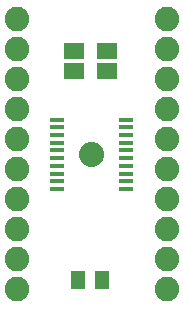
<source format=gbr>
G04 EAGLE Gerber RS-274X export*
G75*
%MOMM*%
%FSLAX34Y34*%
%LPD*%
%INSoldermask Top*%
%IPPOS*%
%AMOC8*
5,1,8,0,0,1.08239X$1,22.5*%
G01*
%ADD10R,1.143000X0.457200*%
%ADD11R,1.652400X1.452400*%
%ADD12C,2.082800*%
%ADD13R,1.252400X1.552400*%

G36*
X84342Y141920D02*
X84342Y141920D01*
X84385Y141932D01*
X84451Y141939D01*
X86134Y142390D01*
X86175Y142409D01*
X86238Y142428D01*
X87818Y143165D01*
X87855Y143191D01*
X87914Y143220D01*
X89342Y144220D01*
X89373Y144252D01*
X89426Y144291D01*
X90659Y145524D01*
X90684Y145560D01*
X90730Y145608D01*
X91730Y147036D01*
X91748Y147077D01*
X91785Y147132D01*
X92522Y148712D01*
X92533Y148755D01*
X92560Y148816D01*
X93011Y150499D01*
X93013Y150531D01*
X93020Y150552D01*
X93020Y150567D01*
X93030Y150608D01*
X93182Y152345D01*
X93178Y152389D01*
X93182Y152455D01*
X93030Y154192D01*
X93018Y154235D01*
X93011Y154301D01*
X92560Y155984D01*
X92541Y156025D01*
X92522Y156088D01*
X91785Y157668D01*
X91759Y157705D01*
X91730Y157764D01*
X90730Y159192D01*
X90698Y159223D01*
X90659Y159276D01*
X89426Y160509D01*
X89390Y160534D01*
X89342Y160580D01*
X87914Y161580D01*
X87873Y161598D01*
X87818Y161635D01*
X86238Y162372D01*
X86195Y162383D01*
X86134Y162410D01*
X84451Y162861D01*
X84406Y162864D01*
X84342Y162880D01*
X82605Y163032D01*
X82561Y163028D01*
X82495Y163032D01*
X80758Y162880D01*
X80715Y162868D01*
X80649Y162861D01*
X78966Y162410D01*
X78925Y162391D01*
X78862Y162372D01*
X77282Y161635D01*
X77245Y161609D01*
X77186Y161580D01*
X75758Y160580D01*
X75727Y160548D01*
X75674Y160509D01*
X74441Y159276D01*
X74416Y159240D01*
X74370Y159192D01*
X73370Y157764D01*
X73352Y157723D01*
X73315Y157668D01*
X72578Y156088D01*
X72567Y156045D01*
X72540Y155984D01*
X72089Y154301D01*
X72086Y154256D01*
X72070Y154192D01*
X71918Y152455D01*
X71922Y152411D01*
X71918Y152345D01*
X72070Y150608D01*
X72082Y150565D01*
X72086Y150531D01*
X72086Y150515D01*
X72088Y150510D01*
X72089Y150499D01*
X72540Y148816D01*
X72559Y148775D01*
X72578Y148712D01*
X73315Y147132D01*
X73341Y147095D01*
X73370Y147036D01*
X74370Y145608D01*
X74402Y145577D01*
X74441Y145524D01*
X75674Y144291D01*
X75710Y144266D01*
X75758Y144220D01*
X77186Y143220D01*
X77227Y143202D01*
X77282Y143165D01*
X78862Y142428D01*
X78905Y142417D01*
X78966Y142390D01*
X80649Y141939D01*
X80694Y141936D01*
X80758Y141920D01*
X82495Y141768D01*
X82539Y141772D01*
X82605Y141768D01*
X84342Y141920D01*
G37*
D10*
X53372Y181650D03*
X53372Y175150D03*
X53372Y168650D03*
X53372Y162150D03*
X53372Y155650D03*
X53372Y149150D03*
X53372Y142650D03*
X53372Y136150D03*
X111728Y136150D03*
X111728Y142650D03*
X111728Y149150D03*
X111728Y155650D03*
X111728Y162150D03*
X111728Y168650D03*
X111728Y175150D03*
X111728Y181650D03*
X53372Y129650D03*
X53372Y123150D03*
X111728Y129650D03*
X111728Y123150D03*
D11*
X67310Y239640D03*
X67310Y222640D03*
X95250Y239640D03*
X95250Y222640D03*
D12*
X146050Y266700D03*
X146050Y241300D03*
X146050Y215900D03*
X146050Y190500D03*
X146050Y165100D03*
X146050Y139700D03*
X146050Y114300D03*
X146050Y88900D03*
X146050Y63500D03*
X146050Y38100D03*
X19050Y38100D03*
X19050Y63500D03*
X19050Y88900D03*
X19050Y114300D03*
X19050Y139700D03*
X19050Y165100D03*
X19050Y190500D03*
X19050Y215900D03*
X19050Y241300D03*
X19050Y266700D03*
D13*
X71280Y45720D03*
X91280Y45720D03*
M02*

</source>
